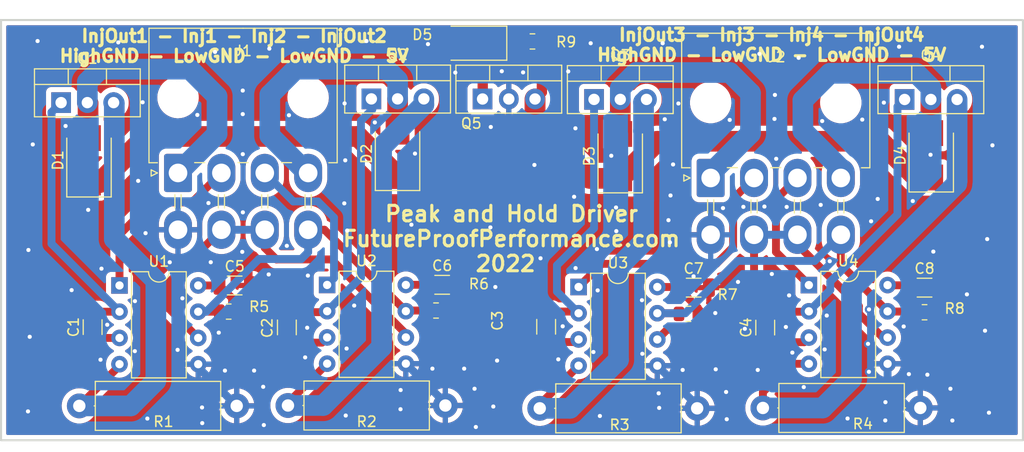
<source format=kicad_pcb>
(kicad_pcb (version 20211014) (generator pcbnew)
  (layers (0 "F.Cu" signal) (31 "B.Cu" signal) (34 "B.Paste" user) (35 "F.Paste" user) (36 "B.SilkS" user "B.Silkscreen") (37 "F.SilkS" user "F.Silkscreen") (38 "B.Mask" user) (39 "F.Mask" user) (44 "Edge.Cuts" user))
  (net 0 "")
  (net 1 "Net-(C1-Pad1)")
  (net 2 "Net-(C1-Pad2)")
  (net 3 "Net-(C2-Pad1)")
  (net 4 "Net-(C2-Pad2)")
  (net 5 "Net-(C3-Pad1)")
  (net 6 "Net-(C3-Pad2)")
  (net 7 "Net-(C4-Pad1)")
  (net 8 "Net-(C4-Pad2)")
  (net 9 "Net-(C5-Pad1)")
  (net 10 "GND")
  (net 11 "Net-(C6-Pad1)")
  (net 12 "Net-(C7-Pad1)")
  (net 13 "Net-(C8-Pad1)")
  (net 14 "Net-(D1-Pad1)")
  (net 15 "/INJ1OUT")
  (net 16 "/INJ2OUT")
  (net 17 "/INJ3OUT")
  (net 18 "/INJ4OUT")
  (net 19 "Net-(D5-Pad1)")
  (net 20 "Net-(Q1-Pad3)")
  (net 21 "Net-(Q2-Pad3)")
  (net 22 "Net-(Q3-Pad3)")
  (net 23 "Net-(Q4-Pad3)")
  (net 24 "/5v")
  (net 25 "/INJ1")
  (net 26 "/INJ2")
  (net 27 "/INJ3")
  (net 28 "/INJ4")
  (net 29 "/LoGND")
  (footprint "Capacitor_SMD:C_1206_3216Metric" (layer "F.Cu") (at 117.856 83.82)
    (fp_text reference "C7")
    (fp_text value "0.1uF")
  )
  (footprint "Resistor_SMD:R_0805_2012Metric" (layer "F.Cu") (at 140.208 86.201715)
    (fp_text reference "R8")
    (fp_text value "25k")
  )
  (footprint "Resistor_SMD:R_0805_2012Metric" (layer "F.Cu") (at 92.914065 86.034414)
    (fp_text reference "R6")
    (fp_text value "25k")
  )
  (footprint "Package_DIP:DIP-8_W7.62mm" (layer "F.Cu") (at 62.269401 83.607355)
    (fp_text reference "U1")
    (fp_text value "LM1949N_NOPB")
  )
  (footprint "Capacitor_SMD:C_1206_3216Metric" (layer "F.Cu") (at 93.506857 83.54469)
    (fp_text reference "C6")
    (fp_text value "0.1uF")
  )
  (footprint "Capacitor_SMD:C_1206_3216Metric" (layer "F.Cu") (at 103.574455 87.608605 90)
    (fp_text reference "C3")
    (fp_text value "0.01uF")
  )
  (footprint "Resistor_SMD:R_0805_2012Metric" (layer "F.Cu") (at 117.348 86.36)
    (fp_text reference "R7")
    (fp_text value "25k")
  )
  (footprint "Capacitor_SMD:C_1206_3216Metric" (layer "F.Cu") (at 73.419909 83.60936)
    (fp_text reference "C5")
    (fp_text value "0.1uF")
  )
  (footprint "Capacitor_SMD:C_1206_3216Metric" (layer "F.Cu") (at 59.667148 87.640342 90)
    (fp_text reference "C1")
    (fp_text value "0.01uF")
  )
  (footprint "Capacitor_SMD:C_1206_3216Metric" (layer "F.Cu") (at 124.783006 87.685688 90)
    (fp_text reference "C4")
    (fp_text value "0.01uF")
  )
  (footprint "Resistor_SMD:R_0805_2012Metric" (layer "F.Cu") (at 102.24871 59.98504)
    (fp_text reference "R9")
    (fp_text value "270")
  )
  (footprint "Diode_SMD:D_SMB" (layer "F.Cu") (at 140.85583 71.006909 90)
    (fp_text reference "D4")
    (fp_text value "B150B-13-F")
  )
  (footprint "Package_TO_SOT_THT:TO-220-3_Vertical" (layer "F.Cu") (at 56.616654 65.90619)
    (fp_text reference "Q1")
    (fp_text value "2N6044")
  )
  (footprint "Package_DIP:DIP-8_W7.62mm" (layer "F.Cu") (at 82.37228 83.557863)
    (fp_text reference "U2")
    (fp_text value "LM1949N_NOPB")
  )
  (footprint "Package_DIP:DIP-8_W7.62mm" (layer "F.Cu") (at 129.008548 83.571767)
    (fp_text reference "U4")
    (fp_text value "LM1949N_NOPB")
  )
  (footprint "Resistor_THT:R_Axial_DIN0414_L11.9mm_D4.5mm_P15.24mm_Horizontal" (layer "F.Cu") (at 124.557963 95.466909)
    (fp_text reference "R4")
    (fp_text value "0.1ohm 2W")
  )
  (footprint "Diode_SMD:D_SMB" (layer "F.Cu") (at 110.746472 71.09061 90)
    (fp_text reference "D3")
    (fp_text value "B150B-13-F")
  )
  (footprint "Capacitor_SMD:C_1206_3216Metric" (layer "F.Cu") (at 78.47303 87.667883 90)
    (fp_text reference "C2")
    (fp_text value "0.01uF")
  )
  (footprint "Resistor_SMD:R_0805_2012Metric" (layer "F.Cu") (at 72.840291 86.138603)
    (fp_text reference "R5")
    (fp_text value "25k")
  )
  (footprint "Package_TO_SOT_THT:TO-220-3_Vertical" (layer "F.Cu") (at 97.417963 65.55549)
    (fp_text reference "Q5")
    (fp_text value "TIP42C")
  )
  (footprint "Diode_SMD:D_SMB" (layer "F.Cu") (at 59.315641 71.492465 90)
    (fp_text reference "D1")
    (fp_text value "B150B-13-F")
  )
  (footprint "Connector_Molex:Molex_Mini-Fit_Jr_5569-08A2_2x04_P4.20mm_Horizontal" (layer "F.Cu") (at 67.933527 72.715678)
    (fp_text reference "J1")
    (fp_text value "39301080")
  )
  (footprint "Resistor_THT:R_Axial_DIN0414_L11.9mm_D4.5mm_P15.24mm_Horizontal" (layer "F.Cu") (at 78.578415 95.229268)
    (fp_text reference "R2")
    (fp_text value "0.1ohm 2W")
  )
  (footprint "Resistor_THT:R_Axial_DIN0414_L11.9mm_D4.5mm_P15.24mm_Horizontal" (layer "F.Cu") (at 58.37727 95.267591)
    (fp_text reference "R1")
    (fp_text value "0.1ohm 2W")
  )
  (footprint "Diode_SMD:D_SMB" (layer "F.Cu") (at 89.186957 70.865381 90)
    (fp_text reference "D2")
    (fp_text value "B150B-13-F")
  )
  (footprint "Connector_Molex:Molex_Mini-Fit_Jr_5569-08A2_2x04_P4.20mm_Horizontal" (layer "F.Cu") (at 119.502787 73.201648)
    (fp_text reference "J2")
    (fp_text value "39301080")
  )
  (footprint "Package_DIP:DIP-8_W7.62mm" (layer "F.Cu") (at 106.716249 83.75546)
    (fp_text reference "U3")
    (fp_text value "LM1949N_NOPB")
  )
  (footprint "Diode_SMD:D_SMA" (layer "F.Cu") (at 96.362548 60.152419 180)
    (fp_text reference "D5")
    (fp_text value "1SMA4748A")
  )
  (footprint "Package_TO_SOT_THT:TO-220-3_Vertical" (layer "F.Cu") (at 138.279781 65.60143)
    (fp_text reference "Q4")
    (fp_text value "2N6044")
  )
  (footprint "Capacitor_SMD:C_1206_3216Metric" (layer "F.Cu") (at 140.208 83.82)
    (fp_text reference "C8")
    (fp_text value "0.1uF")
  )
  (footprint "Package_TO_SOT_THT:TO-220-3_Vertical" (layer "F.Cu") (at 108.211612 65.595248)
    (fp_text reference "Q3")
    (fp_text value "2N6044")
  )
  (footprint "Resistor_THT:R_Axial_DIN0414_L11.9mm_D4.5mm_P15.24mm_Horizontal" (layer "F.Cu") (at 102.955421 95.502172)
    (fp_text reference "R3")
    (fp_text value "0.1ohm 2W")
  )
  (footprint "Package_TO_SOT_THT:TO-220-3_Vertical" (layer "F.Cu") (at 86.653139 65.544363)
    (fp_text reference "Q2")
    (fp_text value "2N6044")
  )
  (gr_rect (start 50.8 57.912) (end 149.732438 98.59047) (layer "Edge.Cuts") (width 0.2) (fill none))
  (gr_text "Peak and Hold Driver\nFutureProofPerformance.com\n2022 " (at 100.219123 79.087288) (layer "F.SilkS") (effects (font (size 1.5 1.5) (thickness 0.3))))
  (gr_text "InjOut3 - Inj3 - Inj4 - InjOut4\nHighGND - LowGND - LowGND - 5V" (at 125.409432 60.319915) (layer "F.SilkS") (effects (font (size 1.2 1.2) (thickness 0.3))))
  (gr_text "InjOut1 - Inj1 - Inj2 - InjOut2\nHighGND - LowGND - LowGND - 5V" (at 73.375479 60.42441) (layer "F.SilkS") (effects (font (size 1.2 1.2) (thickness 0.3))))
  (segment (start 62.269401 88.687355) (end 60.095135 88.687355) (width 0.762) (layer "F.Cu") (net 1))
  (segment (start 60.095135 88.687355) (end 59.667148 89.115342) (width 0.762) (layer "F.Cu") (net 1))
  (segment (start 59.685135 86.147355) (end 59.667148 86.165342) (width 0.762) (layer "F.Cu") (net 2))
  (segment (start 62.269401 86.147355) (end 59.685135 86.147355) (width 0.762) (layer "F.Cu") (net 2))
  (segment (start 55.688978 79.566932) (end 62.269401 86.147355) (width 0.762) (layer "B.Cu") (net 2))
  (segment (start 55.688978 66.833866) (end 55.688978 79.566932) (width 0.762) (layer "B.Cu") (net 2))
  (segment (start 56.616654 65.90619) (end 55.688978 66.833866) (width 0.762) (layer "B.Cu") (net 2))
  (segment (start 78.47303 89.142883) (end 81.86726 89.142883) (width 0.762) (layer "F.Cu") (net 3))
  (segment (start 81.86726 89.142883) (end 82.37228 88.637863) (width 0.762) (layer "F.Cu") (net 3))
  (segment (start 78.47303 86.192883) (end 82.27726 86.192883) (width 0.762) (layer "F.Cu") (net 4))
  (segment (start 82.27726 86.192883) (end 82.37228 86.097863) (width 0.762) (layer "F.Cu") (net 4))
  (segment (start 85.645407 82.824736) (end 82.37228 86.097863) (width 0.762) (layer "B.Cu") (net 4))
  (segment (start 86.74167 65.632894) (end 86.74167 66.567406) (width 0.762) (layer "B.Cu") (net 4))
  (segment (start 86.653139 65.544363) (end 86.74167 65.632894) (width 0.762) (layer "B.Cu") (net 4))
  (segment (start 86.74167 66.567406) (end 85.645407 67.663669) (width 0.762) (layer "B.Cu") (net 4))
  (segment (start 85.645407 67.663669) (end 85.645407 82.824736) (width 0.762) (layer "B.Cu") (net 4))
  (segment (start 103.574455 89.083605) (end 106.468104 89.083605) (width 0.762) (layer "F.Cu") (net 5))
  (segment (start 106.468104 89.083605) (end 106.716249 88.83546) (width 0.762) (layer "F.Cu") (net 5))
  (segment (start 106.554394 86.133605) (end 106.716249 86.29546) (width 0.762) (layer "F.Cu") (net 6))
  (segment (start 103.574455 86.133605) (end 106.554394 86.133605) (width 0.762) (layer "F.Cu") (net 6))
  (segment (start 104.619369 84.19858) (end 106.716249 86.29546) (width 0.762) (layer "B.Cu") (net 6))
  (segment (start 108.211612 78.061647) (end 104.619369 81.65389) (width 0.762) (layer "B.Cu") (net 6))
  (segment (start 104.619369 81.65389) (end 104.619369 84.19858) (width 0.762) (layer "B.Cu") (net 6))
  (segment (start 108.211612 65.595248) (end 108.211612 78.061647) (width 0.762) (layer "B.Cu") (net 6))
  (segment (start 124.783006 89.160688) (end 124.844279 89.099415) (width 0.762) (layer "F.Cu") (net 7))
  (segment (start 128.5609 89.099415) (end 129.008548 88.651767) (width 0.762) (layer "F.Cu") (net 7))
  (segment (start 124.844279 89.099415) (end 128.5609 89.099415) (width 0.762) (layer "F.Cu") (net 7))
  (segment (start 128.9709 86.149415) (end 129.008548 86.111767) (width 0.762) (layer "F.Cu") (net 8))
  (segment (start 124.783006 86.210688) (end 124.844279 86.149415) (width 0.762) (layer "F.Cu") (net 8))
  (segment (start 124.844279 86.149415) (end 128.9709 86.149415) (width 0.762) (layer "F.Cu") (net 8))
  (segment (start 137.586723 76.730266) (end 131.08205 83.234939) (width 0.762) (layer "B.Cu") (net 8))
  (segment (start 131.08205 83.234939) (end 131.08205 84.038265) (width 0.762) (layer "B.Cu") (net 8))
  (segment (start 138.279781 65.60143) (end 137.586723 66.294488) (width 0.762) (layer "B.Cu") (net 8))
  (segment (start 131.08205 84.038265) (end 129.008548 86.111767) (width 0.762) (layer "B.Cu") (net 8))
  (segment (start 137.586723 66.294488) (end 137.586723 76.730266) (width 0.762) (layer "B.Cu") (net 8))
  (segment (start 71.944909 83.60936) (end 73.169429 84.83388) (width 0.762) (layer "F.Cu") (net 9))
  (segment (start 73.169429 84.83388) (end 73.169429 85.555241) (width 0.762) (layer "F.Cu") (net 9))
  (segment (start 71.942904 83.607355) (end 71.944909 83.60936) (width 0.762) (layer "F.Cu") (net 9))
  (segment (start 73.169429 85.555241) (end 73.752791 86.138603) (width 0.762) (layer "F.Cu") (net 9))
  (segment (start 69.889401 83.607355) (end 71.942904 83.607355) (width 0.762) (layer "F.Cu") (net 9))
  (via (at 90.529478 77.725236) (size 0.8) (drill 0.4) (layers "F.Cu" "B.Cu") (net 10))
  (via (at 140.787963 70.955457) (size 0.8) (drill 0.4) (layers "F.Cu" "B.Cu") (net 10))
  (via (at 80.508035 82.653391) (size 0.8) (drill 0.4) (layers "F.Cu" "B.Cu") (net 10))
  (via (at 64.504274 65.871202) (size 0.8) (drill 0.4) (layers "F.Cu" "B.Cu") (net 10))
  (via (at 126.860468 76.005397) (size 0.8) (drill 0.4) (layers "F.Cu" "B.Cu") (net 10))
  (via (at 128.513502 93.44713) (size 0.8) (drill 0.4) (layers "F.Cu" "B.Cu") (net 10))
  (via (at 53.409042 95.799806) (size 0.8) (drill 0.4) (layers "F.Cu" "B.Cu") (net 10))
  (via (at 57.048816 68.168014) (size 0.8) (drill 0.4) (layers "F.Cu" "B.Cu") (net 10))
  (via (at 105.177376 87.560967) (size 0.8) (drill 0.4) (layers "F.Cu" "B.Cu") (net 10))
  (via (at 94.776863 62.997862) (size 0.8) (drill 0.4) (layers "F.Cu" "B.Cu") (net 10))
  (via (at 108.487761 80.084704) (size 0.8) (drill 0.4) (layers "F.Cu" "B.Cu") (net 10))
  (via (at 108.562152 84.083203) (size 0.8) (drill 0.4) (layers "F.Cu" "B.Cu") (net 10))
  (via (at 53.451272 80.174593) (size 0.8) (drill 0.4) (layers "F.Cu" "B.Cu") (net 10))
  (via (at 137.742957 60.495272) (size 0.8) (drill 0.4) (layers "F.Cu" "B.Cu") (net 10))
  (via (at 84.059723 65.982788) (size 0.8) (drill 0.4) (layers "F.Cu" "B.Cu") (net 10))
  (via (at 146.4424 95.926496) (size 0.8) (drill 0.4) (layers "F.Cu" "B.Cu") (net 10))
  (via (at 80.439668 87.700242) (size 0.8) (drill 0.4) (layers "F.Cu" "B.Cu") (net 10))
  (via (at 95.637472 91.661753) (size 0.8) (drill 0.4) (layers "F.Cu" "B.Cu") (net 10))
  (via (at 125.722157 65.161818) (size 0.8) (drill 0.4) (layers "F.Cu" "B.Cu") (net 10))
  (via (at 70.27955 96.934193) (size 0.8) (drill 0.4) (layers "F.Cu" "B.Cu") (net 10))
  (via (at 96.76728 97.310795) (size 0.8) (drill 0.4) (layers "F.Cu" "B.Cu") (net 10))
  (via (at 70.881066 75.629671) (size 0.8) (drill 0.4) (layers "F.Cu" "B.Cu") (net 10))
  (via (at 140.481102 92.24758) (size 0.8) (drill 0.4) (layers "F.Cu" "B.Cu") (net 10))
  (via (at 125.421406 82.49841) (size 0.8) (drill 0.4) (layers "F.Cu" "B.Cu") (net 10))
  (via (at 112.886577 90.222642) (size 0.8) (drill 0.4) (layers "F.Cu" "B.Cu") (net 10))
  (via (at 130.740339 86.521706) (size 0.8) (drill 0.4) (layers "F.Cu" "B.Cu") (net 10))
  (via (at 125.679927 67.484484) (size 0.8) (drill 0.4) (layers "F.Cu" "B.Cu") (net 10))
  (via (at 122.668484 75.997633) (size 0.8) (drill 0.4) (layers "F.Cu" "B.Cu") (net 10))
  (via (at 71.878716 88.176898) (size 0.8) (drill 0.4) (layers "F.Cu" "B.Cu") (net 10))
  (via (at 76.242428 97.122494) (size 0.8) (drill 0.4) (layers "F.Cu" "B.Cu") (net 10))
  (via (at 132.75377 96.487849) (size 0.8) (drill 0.4) (layers "F.Cu" "B.Cu") (net 10))
  (via (at 146.273478 79.118836) (size 0.8) (drill 0.4) (layers "F.Cu" "B.Cu") (net 10))
  (via (at 89.473721 95.588654) (size 0.8) (drill 0.4) (layers "F.Cu" "B.Cu") (net 10))
  (via (at 145.766715 60.495272) (size 0.8) (drill 0.4) (layers "F.Cu" "B.Cu") (net 10))
  (via (at 92.561882 91.661753) (size 0.8) (drill 0.4) (layers "F.Cu" "B.Cu") (net 10))
  (via (at 105.712292 62.886276) (size 0.8) (drill 0.4) (layers "F.Cu" "B.Cu") (net 10))
  (via (at 142.901123 96.683124) (size 0.8) (drill 0.4) (layers "F.Cu" "B.Cu") (net 10))
  (via (at 78.468915 79.770752) (size 0.8) (drill 0.4) (layers "F.Cu" "B.Cu") (net 10))
  (via (at 72.4764 91.850055) (size 0.8) (drill 0.4) (layers "F.Cu" "B.Cu") (net 10))
  (via (at 71.514618 60.998327) (size 0.8) (drill 0.4) (layers "F.Cu" "B.Cu") (net 10))
  (via (at 144.309284 84.469527) (size 0.8) (drill 0.4) (layers "F.Cu" "B.Cu") (net 10))
  (via (at 102.438424 71.939684) (size 0.8) (drill 0.4) (layers "F.Cu" "B.Cu") (net 10))
  (via (at 98.655006 83.758747) (size 0.8) (drill 0.4) (layers "F.Cu" "B.Cu") (net 10))
  (via (at 64.965033 96.494939) (size 0.8) (drill 0.4) (layers "F.Cu" "B.Cu") (net 10))
  (via (at 62.150715 60.072969) (size 0.8) (drill 0.4) (layers "F.Cu" "B.Cu") (net 10))
  (via (at 138.188239 87.579565) (size 0.8) (drill 0.4) (layers "F.Cu" "B.Cu") (net 10))
  (via (at 136.402862 96.673825) (size 0.8) (drill 0.4) (layers "F.Cu" "B.Cu") (net 10))
  (via (at 63.751535 89.967157) (size 0.8) (drill 0.4) (layers "F.Cu" "B.Cu") (net 10))
  (via (at 122.807966 87.802737) (size 0.8) (drill 0.4) (layers "F.Cu" "B.Cu") (net 10))
  (via (at 108.776492 96.243871) (size 0.8) (drill 0.4) (layers "F.Cu" "B.Cu") (net 10))
  (via (at 120.995394 93.92137) (size 0.8) (drill 0.4) (layers "F.Cu" "B.Cu") (net 10))
  (via (at 121.058161 96.55759) (size 0.8) (drill 0.4) (layers "F.Cu" "B.Cu") (net 10))
  (via (at 114.854133 60.15743) (size 0.8) (drill 0.4) (layers "F.Cu" "B.Cu") (net 10))
  (via (at 124.060339 91.787927) (size 0.8) (drill 0.4) (layers "F.Cu" "B.Cu") (net 10))
  (via (at 104.74963 90.759766) (size 0.8) (drill 0.4) (layers "F.Cu" "B.Cu") (net 10))
  (via (at 84.031826 75.658459) (size 0.8) (drill 0.4) (layers "F.Cu" "B.Cu") (net 10))
  (via (at 112.849381 85.033892) (size 0.8) (drill 0.4) (layers "F.Cu" "B.Cu") (net 10))
  (via (at 128.018763 61.568436) (size 0.8) (drill 0.4) (layers "F.Cu" "B.Cu") (net 10))
  (via (at 142.712822 93.607534) (size 0.8) (drill 0.4) (layers "F.Cu" "B.Cu") (net 10))
  (via (at 84.255465 89.716089) (size 0.8) (drill 0.4) (layers "F.Cu" "B.Cu") (net 10))
  (via (at 130.298878 67.691566) (size 0.8) (drill 0.4) (layers "F.Cu" "B.Cu") (net 10))
  (via (at 146.062327 87.9872) (size 0.8) (drill 0.4) (layers "F.Cu" "B.Cu") (net 10))
  (via (at 139.067679 75.437495) (size 0.8) (drill 0.4) (layers "F.Cu" "B.Cu") (net 10))
  (via (at 127.095196 84.568951) (size 0.8) (drill 0.4) (layers "F.Cu" "B.Cu") (net 10))
  (via (at 84.310791 78.299328) (size 0.8) (drill 0.4) (layers "F.Cu" "B.Cu") (net 10))
  (via (at 127.409148 90.108848) (size 0.8) (drill 0.4) (layers "F.Cu" "B.Cu") (net 10))
  (via (at 110.366592 78.34803) (size 0.8) (drill 0.4) (layers "F.Cu" "B.Cu") (net 10))
  (via (at 96.641746 93.607534) (size 0.8) (drill 0.4) (layers "F.Cu" "B.Cu") (net 10))
  (via (at 135.033726 77.392692) (size 0.8) (drill 0.4) (layers "F.Cu" "B.Cu") (net 10))
  (via (at 134.176492 67.552083) (size 0.8) (drill 0.4) (layers "F.Cu" "B.Cu") (net 10))
  (via (at 116.789996 91.787288) (size 0.8) (drill 0.4) (layers "F.Cu" "B.Cu") (net 10))
  (via (at 84.990073 85.554627) (size 0.8) (drill 0.4) (layers "F.Cu" "B.Cu") (net 10))
  (via (at 59.236824 76.289406) (size 0.8) (drill 0.4) (layers "F.Cu" "B.Cu") (net 10))
  (via (at 108.14882 90.050847) (size 0.8) (drill 0.4) (layers "F.Cu" "B.Cu") (net 10))
  (via (at 130.535765 89.799778) (size 0.8) (drill 0.4) (layers "F.Cu" "B.Cu") (net 10))
  (via (at 98.215393 68.265648) (size 0.8) (drill 0.4) (layers "F.Cu" "B.Cu") (net 10))
  (via (at 86.988856 67.823958) (size 0.8) (drill 0.4) (layers "F.Cu" "B.Cu") (net 10))
  (via (at 90.875768 70.841663) (size 0.8) (drill 0.4) (layers "F.Cu" "B.Cu") (net 10))
  (via (at 120.694844 76.118012) (size 0.8) (drill 0.4) (layers "F.Cu" "B.Cu") (net 10))
  (via (at 116.378522 65.989879) (size 0.8) (drill 0.4) (layers "F.Cu" "B.Cu") (net 10))
  (via (at 80.242593 90.571903) (size 0.8) (drill 0.4) (layers "F.Cu" "B.Cu") (net 10))
  (via (at 76.77229 60.6816) (size 0.8) (drill 0.4) (layers "F.Cu" "B.Cu") (net 10))
  (via (at 84.124815 71.492581) (size 0.8) (drill 0.4) (layers "F.Cu" "B.Cu") (net 10))
  (via (at 98.823927 90.881591) (size 0.8) (drill 0.4) (layers "F.Cu" "B.Cu") (net 10))
  (via (at 64.790329 78.543306) (size 0.8) (drill 0.4) (layers "F.Cu" "B.Cu") (net 10))
  (via (at 60.431384 90.796962) (size 0.8) (drill 0.4) (layers "F.Cu" "B.Cu") (net 10))
  (via (at 75.300921 91.850055) (size 0.8) (drill 0.4) (layers "F.Cu" "B.Cu") (net 10))
  (via (at 74.212257 76.527667) (size 0.8) (drill 0.4) (layers "F.Cu" "B.Cu") (net 10))
  (via (at 76.179661 93.419233) (size 0.8) (drill 0.4) (layers "F.Cu" "B.Cu") (net 10))
  (via (at 89.486293 93.733069) (size 0.8) (drill 0.4) (layers "F.Cu" "B.Cu") (net 10))
  (via (at 126.781907 87.629381) (size 0.8) (drill 0.4) (layers "F.Cu" "B.Cu") (net 10))
  (via (at 92.13423 60.24189) (size 0.8) (drill 0.4) (layers "F.Cu" "B.Cu") (net 10))
  (via (at 60.524372 81.981667) (size 0.8) (drill 0.4) (layers "F.Cu" "B.Cu") (net 10))
  (via (at 138.690376 92.191787) (size 0.8) (drill 0.4) (layers "F.Cu" "B.Cu") (net 10))
  (via (at 134.829618 85.924372) (size 0.8) (drill 0.4) (layers "F.Cu" "B.Cu") (net 10))
  (via (at 124.218036 61.188363) (size 0.8) (drill 0.4) (layers "F.Cu" "B.Cu") (net 10))
  (via (at 141.057551 80.330957) (size 0.8) (drill 0.4) (layers "F.Cu" "B.Cu") (net 10))
  (via (at 53.577963 88.578424) (size 0.8) (drill 0.4) (layers "F.Cu" "B.Cu") (net 10))
  (via (at 125.846941 71.345987) (size 0.8) (drill 0.4) (layers "F.Cu" "B.Cu") (net 10))
  (via (at 71.103539 81.357042) (size 0.8) (drill 0.4) (layers "F.Cu" "B.Cu") (net 10))
  (via (at 131.029494 81.258566) (size 0.8) (drill 0.4) (layers "F.Cu" "B.Cu") (net 10))
  (via (at 106.42342 81.925874) (size 0.8) (drill 0.4) (layers "F.Cu" "B.Cu") (net 10))
  (via (at 106.281381 75.022496) (size 0.8) (drill 0.4) (layers "F.Cu" "B.Cu") (net 10))
  (via (at 109.87817 71.050653) (size 0.8) (drill 0.4) (layers "F.Cu" "B.Cu") (net 10))
  (via (at 119.948016 86.279829) (size 0.8) (drill 0.4) (layers "F.Cu" "B.Cu") (net 10))
  (via (at 74.204301 70.896008) (size 0.8) (drill 0.4) (layers "F.Cu" "B.Cu") (net 10))
  (via (at 86.179757 59.946278) (size 0.8) (drill 0.4) (layers "F.Cu" "B.Cu") (net 10))
  (via (at 117.845885 82.726227) (size 0.8) (drill 0.4) (layers "F.Cu" "B.Cu") (net 10))
  (via (at 68.359257 84.8511) (size 0.8) (drill 0.4) (layers "F.Cu" "B.Cu") (net 10))
  (via (at 74.201187 64.739515) (size 0.8) (drill 0.4) (layers "F.Cu" "B.Cu") (net 10))
  (via (at 67.133636 81.360853) (size 0.8) (drill 0.4) (layers "F.Cu" "B.Cu") (net 10))
  (via (at 69.804609 67.098648) (size 0.8) (drill 0.4) (layers "F.Cu" "B.Cu") (net 10))
  (via (at 63.760367 85.124673) (size 0.8) (drill 0.4) (layers "F.Cu" "B.Cu") (net 10))
  (via (at 121.3441 67.57998) (size 0.8) (drill 0.4) (layers "F.Cu" "B.Cu") (net 10))
  (via (at 64.076527 73.482532) (size 0.8) (drill 0.4) (layers "F.Cu" "B.Cu") (net 10))
  (via (at 119.99112 91.72452) (size 0.8) (drill 0.4) (layers "F.Cu" "B.Cu") (net 10))
  (via (at 115.056305 67.517096) (size 0.8) (drill 0.4) (layers "F.Cu" "B.Cu") (net 10))
  (via (at 103.029648 80.976969) (size 0.8) (drill 0.4) (layers "F.Cu" "B.Cu") (net 10))
  (via (at 110.338696 76.060517) (size 0.8) (drill 0.4) (layers "F.Cu" "B.Cu") (net 10))
  (via (at 74.201187 67.019951) (size 0.8) (drill 0.4) (layers "F.Cu" "B.Cu") (net 10))
  (via (at 98.457931 95.32985) (size 0.8) (drill 0.4) (layers "F.Cu" "B.Cu") (net 10))
  (via (at 136.42146 94.907047) (size 0.8) (drill 0.4) (layers "F.Cu" "B.Cu") (net 10))
  (via (at 78.675698 67.126545) (size 0.8) (drill 0.4) (layers "F.Cu" "B.Cu") (net 10))
  (via (at 53.873575 69.95486) (size 0.8) (drill 0.4) (layers "F.Cu" "B.Cu") (net 10))
  (via (at 115.862422 71.892216) (size 0.8) (drill 0.4) (layers "F.Cu" "B.Cu") (net 10))
  (via (at 135.673672 75.233648) (size 0.8) (drill 0.4) (layers "F.Cu" "B.Cu") (net 10))
  (via (at 115.41586 77.287963) (size 0.8) (drill 0.4) (layers "F.Cu" "B.Cu") (net 10))
  (via (at 146.780242 70.039321) (size 0.8) (drill 0.4) (layers "F.Cu" "B.Cu") (net 10))
  (via (at 70.258933 95.419733) (size 0.8) (drill 0.4) (layers "F.Cu" "B.Cu") (net 10))
  (via (at 99.277499 62.867679) (size 0.8) (drill 0.4) (layers "F.Cu" "B.Cu") (net 10))
  (via (at 115.555342 79.435994) (size 0.8) (drill 0.4) (layers "F.Cu" "B.Cu") (net 10))
  (via (at 67.894166 89.841623) (size 0.8) (drill 0.4) (layers "F.Cu" "B.Cu") (net 10))
  (via (at 107.886133 60.15743) (size 0.8) (drill 0.4) (layers "F.Cu" "B.Cu") (net 10))
  (via (at 61.082303 87.412186) (size 0.8) (drill 0.4) (layers "F.Cu" "B.Cu") (net 10))
  (via (at 130.154432 75.808323) (size 0.8) (drill 0.4) (layers "F.Cu" "B.Cu") (net 10))
  (via (at 134.734422 89.262654) (size 0.8) (drill 0.4) (layers "F.Cu" "B.Cu") (net 10))
  (via (at 57.632072 84.059781) (size 0.8) (drill 0.4) (layers "F.Cu" "B.Cu") (net 10))
  (via (at 124.704929 75.969737) (size 0.8) (drill 0.4) (layers "F.Cu" "B.Cu") (net 10))
  (via (at 98.176395 77.987272) (size 0.8) (drill 0.4) (layers "F.Cu" "B.Cu") (net 10))
  (via (at 84.171776 96.202026) (size 0.8) (drill 0.4) (layers "F.Cu" "B.Cu") (net 10))
  (via (at 114.467612 94.046904) (size 0.8) (drill 0.4) (layers "F.Cu" "B.Cu") (net 10))
  (via (at 115.614278 74.895806) (size 0.8) (drill 0.4) (layers "F.Cu" "B.Cu") (net 10))
  (via (at 76.71411 82.541805) (size 0.8) (drill 0.4) (layers "F.Cu" "B.Cu") (net 10))
  (via (at 122.148216 83.267114) (size 0.8) (drill 0.4) (layers "F.Cu" "B.Cu") (net 10))
  (via (at 101.34184 62.979265) (size 0.8) (drill 0.4) (layers "F.Cu" "B.Cu") (net 10))
  (via (at 136.26873 65.90619) (size 0.8) (drill 0.4) (layers "F.Cu" "B.Cu") (net 10))
  (via (at 134.822061 91.968615) (size 0.8) (drill 0.4) (layers "F.Cu" "B.Cu") (net 10))
  (via (at 106.408072 68.392339) (size 0.8) (drill 0.4) (layers "F.Cu" "B.Cu") (net 10))
  (via (at 54.338109 59.946278) (size 0.8) (drill 0.4) (layers "F.Cu" "B.Cu") (net 10))
  (via (at 114.51629 95.461963) (size 0.8) (drill 0.4) (layers "F.Cu" "B.Cu") (net 10))
  (via (at 74.154256 80.353479) (size 0.8) (drill 0.4) (layers "F.Cu" "B.Cu") (net 10))
  (segment (start 69.889401 91.539722) (end 73.61727 95.267591) (width 0.762) (layer "B.Cu") (net 10))
  (segment (start 118.195421 95.234632) (end 114.336249 91.37546) (width 0.762) (layer "B.Cu") (net 10))
  (segment (start 138.701165 95.466909) (end 136.628548 93.394292) (width 0.762) (layer "B.Cu") (net 10))
  (segment (start 93.818415 95.229268) (end 93.818415 95.003998) (width 0.762) (layer "B.Cu") (net 10))
  (segment (start 139.797963 95.466909) (end 138.701165 95.466909) (width 0.762) (layer "B.Cu") (net 10))
  (segment (start 118.195421 95.502172) (end 118.195421 95.234632) (width 0.762) (layer "B.Cu") (net 10))
  (segment (start 93.818415 95.003998) (end 89.99228 91.177863) (width 0.762) (layer "B.Cu") (net 10))
  (segment (start 69.889401 91.227355) (end 69.889401 91.539722) (width 0.762) (layer "B.Cu") (net 10))
  (segment (start 136.628548 93.394292) (end 136.628548 91.191767) (width 0.762) (layer "B.Cu") (net 10))
  (segment (start 92.031857 83.54469) (end 90.005453 83.54469) (width 0.762) (layer "F.Cu") (net 11))
  (segment (start 90.005453 83.54469) (end 89.99228 83.557863) (width 0.762) (layer "F.Cu") (net 11))
  (segment (start 92.031857 83.54469) (end 93.826565 85.339398) (width 0.762) (layer "F.Cu") (net 11))
  (segment (start 93.826565 85.339398) (end 93.826565 86.034414) (width 0.762) (layer "F.Cu") (net 11))
  (segment (start 116.381 83.82) (end 116.381 83.896396) (width 0.762) (layer "F.Cu") (net 12))
  (segment (start 114.336249 83.75546) (end 116.31646 83.75546) (width 0.762) (layer "F.Cu") (net 12))
  (segment (start 118.2605 85.775896) (end 118.2605 86.36) (width 0.762) (layer "F.Cu") (net 12))
  (segment (start 116.31646 83.75546) (end 116.381 83.82) (width 0.762) (layer "F.Cu") (net 12))
  (segment (start 116.381 83.896396) (end 118.2605 85.775896) (width 0.762) (layer "F.Cu") (net 12))
  (segment (start 136.628548 83.571767) (end 136.650214 83.593433) (width 0.762) (layer "F.Cu") (net 13))
  (segment (start 138.91078 83.82) (end 141.1205 86.02972) (width 0.762) (layer "F.Cu") (net 13))
  (segment (start 136.650214 83.593433) (end 138.506433 83.593433) (width 0.762) (layer "F.Cu") (net 13))
  (segment (start 138.506433 83.593433) (end 138.733 83.82) (width 0.762) (layer "F.Cu") (net 13))
  (segment (start 138.733 83.82) (end 138.91078 83.82) (width 0.762) (layer "F.Cu") (net 13))
  (segment (start 141.1205 86.02972) (end 141.1205 86.201715) (width 0.762) (layer "F.Cu") (net 13))
  (segment (start 102.497963 65.55549) (end 102.497963 67.953963) (width 2) (layer "F.Cu") (net 14))
  (segment (start 140.85583 73.156909) (end 139.443544 73.156909) (width 2) (layer "F.Cu") (net 14))
  (segment (start 135.934756 69.648121) (end 114.338961 69.648121) (width 2) (layer "F.Cu") (net 14))
  (segment (start 107.78461 73.24061) (end 110.746472 73.24061) (width 2) (layer "F.Cu") (net 14))
  (segment (start 103.16121 59.98504) (end 103.16121 64.892243) (width 1) (layer "F.Cu") (net 14))
  (segment (start 102.497963 65.55549) (end 102.497963 67.682037) (width 2) (layer "F.Cu") (net 14))
  (segment (start 97.164619 73.015381) (end 89.186957 73.015381) (width 2) (layer "F.Cu") (net 14))
  (segment (start 114.338961 69.648121) (end 110.746472 73.24061) (width 2) (layer "F.Cu") (net 14))
  (segment (start 60.371651 73.642465) (end 64.831967 69.182149) (width 2) (layer "F.Cu") (net 14))
  (segment (start 103.16121 64.892243) (end 102.497963 65.55549) (width 1) (layer "F.Cu") (net 14))
  (segment (start 59.315641 73.642465) (end 60.371651 73.642465) (width 2) (layer "F.Cu") (net 14))
  (segment (start 139.443544 73.156909) (end 135.934756 69.648121) (width 2) (layer "F.Cu") (net 14))
  (segment (start 64.831967 69.182149) (end 85.353725 69.182149) (width 2) (layer "F.Cu") (net 14))
  (segment (start 102.497963 67.953963) (end 107.78461 73.24061) (width 2) (layer "F.Cu") (net 14))
  (segment (start 102.497963 67.682037) (end 97.164619 73.015381) (width 2) (layer "F.Cu") (net 14))
  (segment (start 85.353725 69.182149) (end 89.186957 73.015381) (width 2) (layer "F.Cu") (net 14))
  (segment (start 59.224654 69.251478) (end 59.315641 69.342465) (width 2) (layer "F.Cu") (net 15))
  (segment (start 59.156654 65.90619) (end 59.224654 65.97419) (width 2) (layer "F.Cu") (net 15))
  (segment (start 59.224654 65.97419) (end 59.224654 69.251478) (width 2) (layer "F.Cu") (net 15))
  (segment (start 69.072417 62.666157) (end 71.709599 65.303339) (width 2) (layer "B.Cu") (net 15))
  (segment (start 71.709599 65.303339) (end 71.709599 68.939606) (width 2) (layer "B.Cu") (net 15))
  (segment (start 59.156654 63.895757) (end 60.386254 62.666157) (width 2) (layer "B.Cu") (net 15))
  (segment (start 71.709599 68.939606) (end 67.933527 72.715678) (width 2) (layer "B.Cu") (net 15))
  (segment (start 60.386254 62.666157) (end 69.072417 62.666157) (width 2) (layer "B.Cu") (net 15))
  (segment (start 59.156654 65.90619) (end 59.156654 63.895757) (width 2) (layer "B.Cu") (net 15))
  (segment (start 89.193139 65.544363) (end 89.193139 68.709199) (width 2) (layer "F.Cu") (net 16))
  (segment (start 89.193139 68.709199) (end 89.186957 68.715381) (width 2) (layer "F.Cu") (net 16))
  (segment (start 89.193139 63.732841) (end 88.126455 62.666157) (width 2) (layer "B.Cu") (net 16))
  (segment (start 79.315127 62.666157) (end 76.819466 65.161818) (width 2) (layer "B.Cu") (net 16))
  (segment (start 88.126455 62.666157) (end 79.315127 62.666157) (width 2) (layer "B.Cu") (net 16))
  (segment (start 76.819466 69.096052) (end 80.439092 72.715678) (width 2) (layer "B.Cu") (net 16))
  (segment (start 76.819466 65.161818) (end 76.819466 69.096052) (width 2) (layer "B.Cu") (net 16))
  (segment (start 89.193139 65.544363) (end 89.193139 63.732841) (width 2) (layer "B.Cu") (net 16))
  (segment (start 80.439092 72.715678) (end 80.533527 72.715678) (width 2) (layer "B.Cu") (net 16))
  (segment (start 110.751612 68.93547) (end 110.746472 68.94061) (width 2) (layer "F.Cu") (net 17))
  (segment (start 110.751612 65.595248) (end 110.751612 68.93547) (width 2) (layer "F.Cu") (net 17))
  (segment (start 123.35726 68.886504) (end 119.502787 72.740977) (width 2) (layer "B.Cu") (net 17))
  (segment (start 112.268 62.992) (end 121.356364 62.992) (width 2) (layer "B.Cu") (net 17))
  (segment (start 123.35726 64.992896) (end 123.35726 68.886504) (width 2) (layer "B.Cu") (net 17))
  (segment (start 121.356364 62.992) (end 123.35726 64.992896) (width 2) (layer "B.Cu") (net 17))
  (segment (start 110.751612 64.508388) (end 112.268 62.992) (width 2) (layer "B.Cu") (net 17))
  (segment (start 119.502787 72.740977) (end 119.502787 73.201648) (width 2) (layer "B.Cu") (net 17))
  (segment (start 110.751612 65.595248) (end 110.751612 64.508388) (width 2) (layer "B.Cu") (net 17))
  (segment (start 140.819781 65.60143) (end 140.819781 68.82086) (width 2) (layer "F.Cu") (net 18))
  (segment (start 140.819781 68.82086) (end 140.85583 68.856909) (width 2) (layer "F.Cu") (net 18))
  (segment (start 131.048412 63.067612) (end 128.429812 65.686212) (width 2) (layer "B.Cu") (net 18))
  (segment (start 128.429812 68.640047) (end 132.102787 72.313022) (width 2) (layer "B.Cu") (net 18))
  (segment (start 132.102787 72.313022) (end 132.102787 73.201648) (width 2) (layer "B.Cu") (net 18))
  (segment (start 128.429812 65.686212) (end 128.429812 68.640047) (width 2) (layer "B.Cu") (net 18))
  (segment (start 140.819781 65.60143) (end 140.819781 64.467393) (width 2) (layer "B.Cu") (net 18))
  (segment (start 140.819781 64.467393) (end 139.42 63.067612) (width 2) (layer "B.Cu") (net 18))
  (segment (start 139.42 63.067612) (end 131.048412 63.067612) (width 2) (layer "B.Cu") (net 18))
  (segment (start 101.308314 59.957144) (end 101.33621 59.98504) (width 1) (layer "F.Cu") (net 19))
  (segment (start 98.362548 60.152419) (end 98.557823 59.957144) (width 1) (layer "F.Cu") (net 19))
  (segment (start 97.434122 65.539331) (end 97.434122 61.080845) (width 1) (layer "F.Cu") (net 19))
  (segment (start 97.417963 65.55549) (end 97.434122 65.539331) (width 1) (layer "F.Cu") (net 19))
  (segment (start 98.557823 59.957144) (end 101.308314 59.957144) (width 1) (layer "F.Cu") (net 19))
  (segment (start 97.434122 61.080845) (end 98.362548 60.152419) (width 1) (layer "F.Cu") (net 19))
  (segment (start 62.269401 91.227355) (end 62.269401 91.37546) (width 0.762) (layer "F.Cu") (net 20))
  (segment (start 62.269401 91.37546) (end 58.37727 95.267591) (width 0.762) (layer "F.Cu") (net 20))
  (segment (start 63.360517 95.267591) (end 58.37727 95.267591) (width 2) (layer "B.Cu") (net 20))
  (segment (start 61.696654 65.90619) (end 61.764654 65.97419) (width 2) (layer "B.Cu") (net 20))
  (segment (start 61.764654 79.103586) (end 65.787513 83.126445) (width 2) (layer "B.Cu") (net 20))
  (segment (start 65.787513 92.840595) (end 63.360517 95.267591) (width 2) (layer "B.Cu") (net 20))
  (segment (start 65.787513 83.126445) (end 65.787513 92.840595) (width 2) (layer "B.Cu") (net 20))
  (segment (start 61.764654 65.97419) (end 61.764654 79.103586) (width 2) (layer "B.Cu") (net 20))
  (segment (start 78.578415 94.971728) (end 82.37228 91.177863) (width 0.762) (layer "F.Cu") (net 21))
  (segment (start 78.578415 95.229268) (end 78.578415 94.971728) (width 0.762) (layer "F.Cu") (net 21))
  (segment (start 87.643619 89.57032) (end 81.984671 95.229268) (width 2) (layer "B.Cu") (net 21))
  (segment (start 91.733139 65.544363) (end 91.733139 66.114954) (width 2) (layer "B.Cu") (net 21))
  (segment (start 91.733139 66.114954) (end 87.643619 70.204474) (width 2) (layer "B.Cu") (net 21))
  (segment (start 81.984671 95.229268) (end 78.578415 95.229268) (width 2) (layer "B.Cu") (net 21))
  (segment (start 87.643619 70.204474) (end 87.643619 89.57032) (width 2) (layer "B.Cu") (net 21))
  (segment (start 102.955421 95.502172) (end 102.955421 95.136288) (width 0.762) (layer "F.Cu") (net 22))
  (segment (start 102.955421 95.136288) (end 106.716249 91.37546) (width 0.762) (layer "F.Cu") (net 22))
  (segment (start 110.580354 81.816607) (end 110.580354 90.806371) (width 2) (layer "B.Cu") (net 22))
  (segment (start 105.884553 95.502172) (end 102.955421 95.502172) (width 2) (layer "B.Cu") (net 22))
  (segment (start 113.002812 68.647138) (end 113.021176 68.665502) (width 2) (layer "B.Cu") (net 22))
  (segment (start 113.002812 65.884048) (end 113.002812 68.647138) (width 2) (layer "B.Cu") (net 22))
  (segment (start 110.580354 90.806371) (end 105.884553 95.502172) (width 2) (layer "B.Cu") (net 22))
  (segment (start 113.01676 75.413788) (end 113.01676 79.380201) (width 2) (layer "B.Cu") (net 22))
  (segment (start 113.01676 79.380201) (end 110.580354 81.816607) (width 2) (layer "B.Cu") (net 22))
  (segment (start 113.021176 68.665502) (end 113.021176 75.409372) (width 2) (layer "B.Cu") (net 22))
  (segment (start 113.291612 65.595248) (end 113.002812 65.884048) (width 2) (layer "B.Cu") (net 22))
  (segment (start 113.021176 75.409372) (end 113.01676 75.413788) (width 2) (layer "B.Cu") (net 22))
  (segment (start 124.557963 93.933021) (end 127.299217 91.191767) (width 0.762) (layer "F.Cu") (net 23))
  (segment (start 127.299217 91.191767) (end 129.008548 91.191767) (width 0.762) (layer "F.Cu") (net 23))
  (segment (start 124.557963 95.466909) (end 124.557963 93.933021) (width 0.762) (layer "F.Cu") (net 23))
  (segment (start 143.359781 73.467893) (end 143.326545 73.501129) (width 2) (layer "B.Cu") (net 23))
  (segment (start 133.134911 83.943831) (end 133.134911 92.675437) (width 2) (layer "B.Cu") (net 23))
  (segment (start 133.134911 92.675437) (end 130.343439 95.466909) (width 2) (layer "B.Cu") (net 23))
  (segment (start 130.343439 95.466909) (end 124.557963 95.466909) (width 2) (layer "B.Cu") (net 23))
  (segment (start 143.326545 73.501129) (end 143.326545 73.752197) (width 2) (layer "B.Cu") (net 23))
  (segment (start 143.326545 73.752197) (end 133.134911 83.943831) (width 2) (layer "B.Cu") (net 23))
  (segment (start 143.359781 65.60143) (end 143.359781 73.467893) (width 2) (layer "B.Cu") (net 23))
  (segment (start 116.4355 86.36) (end 116.37096 86.29546) (width 0.762) (layer "F.Cu") (net 24))
  (segment (start 132.102787 81.472502) (end 132.083362 81.491927) (width 0.762) (layer "F.Cu") (net 24))
  (segment (start 132.083362 81.566581) (end 136.628548 86.111767) (width 0.762) (layer "F.Cu") (net 24))
  (segment (start 139.227218 86.133433) (end 139.2955 86.201715) (width 0.762) (layer "F.Cu") (net 24))
  (segment (start 132.102787 78.701648) (end 132.102787 81.472502) (width 0.762) (layer "F.Cu") (net 24))
  (segment (start 92.001565 86.034414) (end 90.055729 86.034414) (width 0.762) (layer "F.Cu") (net 24))
  (segment (start 136.628548 86.111767) (end 136.650214 86.133433) (width 0.762) (layer "F.Cu") (net 24))
  (segment (start 69.889401 86.147355) (end 71.919039 86.147355) (width 0.762) (layer "F.Cu") (net 24))
  (segment (start 116.37096 86.29546) (end 114.336249 86.29546) (width 0.762) (layer "F.Cu") (net 24))
  (segment (start 132.083362 81.491927) (end 132.083362 81.566581) (width 0.762) (layer "F.Cu") (net 24))
  (segment (start 82.110095 78.215678) (end 89.99228 86.097863) (width 0.762) (layer "F.Cu") (net 24))
  (segment (start 136.650214 86.133433) (end 139.227218 86.133433) (width 0.762) (layer "F.Cu") (net 24))
  (segment (start 90.055729 86.034414) (end 89.99228 86.097863) (width 0.762) (layer "F.Cu") (net 24))
  (segment (start 71.919039 86.147355) (end 71.927791 86.138603) (width 0.762) (layer "F.Cu") (net 24))
  (segment (start 80.533527 78.215678) (end 82.110095 78.215678) (width 0.762) (layer "F.Cu") (net 24))
  (segment (start 132.102787 78.701648) (end 129.570666 81.233769) (width 0.762) (layer "B.Cu") (net 24))
  (segment (start 75.770045 81.047792) (end 70.670482 86.147355) (width 0.762) (layer "B.Cu") (net 24))
  (segment (start 70.670482 86.147355) (end 69.889401 86.147355) (width 0.762) (layer "B.Cu") (net 24))
  (segment (start 122.106998 81.233769) (end 117.045307 86.29546) (width 0.762) (layer "B.Cu") (net 24))
  (segment (start 80.533527 80.384205) (end 79.86994 81.047792) (width 0.762) (layer "B.Cu") (net 24))
  (segment (start 80.533527 78.215678) (end 80.533527 80.384205) (width 0.762) (layer "B.Cu") (net 24))
  (segment (start 129.570666 81.233769) (end 122.106998 81.233769) (width 0.762) (layer "B.Cu") (net 24))
  (segment (start 117.045307 86.29546) (end 114.336249 86.29546) (width 0.762) (layer "B.Cu") (net 24))
  (segment (start 79.86994 81.047792) (end 75.770045 81.047792) (width 0.762) (layer "B.Cu") (net 24))
  (segment (start 72.133527 72.715678) (end 69.281526 75.567679) (width 0.762) (layer "F.Cu") (net 25))
  (segment (start 65.390381 75.567679) (end 62.269401 78.688659) (width 0.762) (layer "F.Cu") (net 25))
  (segment (start 62.269401 78.688659) (end 62.269401 83.607355) (width 0.762) (layer "F.Cu") (net 25))
  (segment (start 69.281526 75.567679) (end 65.390381 75.567679) (width 0.762) (layer "F.Cu") (net 25))
  (segment (start 83.034643 82.8955) (end 83.034643 77.037786) (width 0.762) (layer "B.Cu") (net 26))
  (segment (start 83.034643 77.037786) (end 81.469339 75.472482) (width 0.762) (layer "B.Cu") (net 26))
  (segment (start 82.37228 83.557863) (end 83.034643 82.8955) (width 0.762) (layer "B.Cu") (net 26))
  (segment (start 81.469339 75.472482) (end 79.090331 75.472482) (width 0.762) (layer "B.Cu") (net 26))
  (segment (start 79.090331 75.472482) (end 76.333527 72.715678) (width 0.762) (layer "B.Cu") (net 26))
  (segment (start 108.958907 81.512802) (end 106.716249 83.75546) (width 0.762) (layer "F.Cu") (net 27))
  (segment (start 121.675355 75.22908) (end 121.675355 79.888049) (width 0.762) (layer "F.Cu") (net 27))
  (segment (start 123.702787 73.201648) (end 121.675355 75.22908) (width 0.762) (layer "F.Cu") (net 27))
  (segment (start 120.050602 81.512802) (end 108.958907 81.512802) (width 0.762) (layer "F.Cu") (net 27))
  (segment (start 121.675355 79.888049) (end 120.050602 81.512802) (width 0.762) (layer "F.Cu") (net 27))
  (segment (start 125.823733 75.280702) (end 125.823733 80.359056) (width 0.762) (layer "F.Cu") (net 28))
  (segment (start 129.008548 83.543871) (end 129.008548 83.571767) (width 0.762) (layer "F.Cu") (net 28))
  (segment (start 127.902787 73.201648) (end 125.823733 75.280702) (width 0.762) (layer "F.Cu") (net 28))
  (segment (start 125.823733 80.359056) (end 129.008548 83.543871) (width 0.762) (layer "F.Cu") (net 28))
  (segment (start 77.462433 81.088978) (end 82.794861 81.088978) (width 0.762) (layer "F.Cu") (net 29))
  (segment (start 136.17036 88.651767) (end 133.849107 86.330514) (width 0.762) (layer "F.Cu") (net 29))
  (segment (start 123.702787 78.701648) (end 123.702787 84.577213) (width 0.762) (layer "F.Cu") (net 29))
  (segment (start 89.99228 88.286397) (end 89.99228 88.637863) (width 0.762) (layer "F.Cu") (net 29))
  (segment (start 127.902787 79.656867) (end 127.902787 78.701648) (width 0.762) (layer "F.Cu") (net 29))
  (segment (start 76.333527 78.215678) (end 76.333527 79.960072) (width 0.762) (layer "F.Cu") (net 29))
  (segment (start 67.056 83.293205) (end 67.056 85.853954) (width 0.762) (layer "F.Cu") (net 29))
  (segment (start 72.133527 78.215678) (end 67.056 83.293205) (width 0.762) (layer "F.Cu") (net 29))
  (segment (start 136.628548 88.651767) (end 136.17036 88.651767) (width 0.762) (layer "F.Cu") (net 29))
  (segment (start 123.702787 84.577213) (end 120.396 87.884) (width 0.762) (layer "F.Cu") (net 29))
  (segment (start 120.396 87.884) (end 115.287709 87.884) (width 0.762) (layer "F.Cu") (net 29))
  (segment (start 115.287709 87.884) (end 114.336249 88.83546) (width 0.762) (layer "F.Cu") (net 29))
  (segment (start 82.794861 81.088978) (end 89.99228 88.286397) (width 0.762) (layer "F.Cu") (net 29))
  (segment (start 133.849107 86.330514) (end 133.849107 85.603187) (width 0.762) (layer "F.Cu") (net 29))
  (segment (start 76.333527 79.960072) (end 77.462433 81.088978) (width 0.762) (layer "F.Cu") (net 29))
  (segment (start 67.056 85.853954) (end 69.889401 88.687355) (width 0.762) (layer "F.Cu") (net 29))
  (segment (start 133.849107 85.603187) (end 127.902787 79.656867) (width 0.762) (layer "F.Cu") (net 29))
  (segment (start 123.702787 78.701648) (end 127.902787 78.701648) (width 0.762) (layer "B.Cu") (net 29))
  (segment (start 72.133527 78.215678) (end 76.333527 78.215678) (width 0.762) (layer "B.Cu") (net 29))
  (zone (net 10) (net_name "GND") (layers F&B.Cu) (connect_pads (clearance 0.508)) (min_thickness 0.254) (fill yes (thermal_gap 0.508) (thermal_bridge_width 0.508))
    (polygon (pts (xy 149.86 98.552) (xy 50.8 98.552) (xy 50.8 57.912) (xy 149.86 57.912)))
  )
)
</source>
